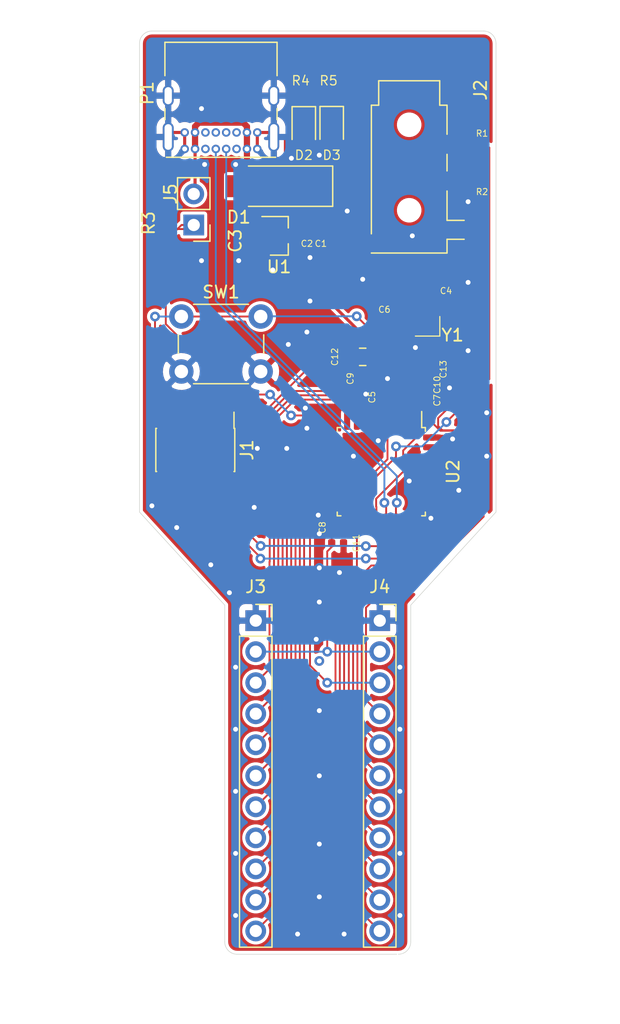
<source format=kicad_pcb>
(kicad_pcb (version 20171130) (host pcbnew 5.1.5)
  (title_block (title "STM32F042K6 Breakout Board") (date 2019-12-31) (rev A) (company "The UltraBoard Project") (comment 1 https://www.gnu.org/licenses/gpl-3.0.en.html) (comment 2 "License: GNU GPLv3") (comment 3 "Designer: Wesley Soo-Hoo"))
  (layers (0 F.Cu signal) (31 B.Cu signal) (34 B.Paste user) (35 F.Paste user) (36 B.SilkS user) (37 F.SilkS user) (38 B.Mask user) (39 F.Mask user) (44 Edge.Cuts user))
  (net 0 "")
  (net 1 VPP)
  (net 2 GND)
  (net 3 +3V3)
  (net 4 /XTAL_IN)
  (net 5 /nRST)
  (net 6 /XTAL_OUT)
  (net 7 /USBPWR)
  (net 8 /SWDIO)
  (net 9 /SWCLK)
  (net 10 "Net-(J1-Pad6)")
  (net 11 "Net-(J1-Pad7)")
  (net 12 "Net-(J1-Pad8)")
  (net 13 /I2C_SDA)
  (net 14 /I2C_SCL)
  (net 15 /PA8)
  (net 16 /PA7)
  (net 17 /PA6)
  (net 18 /PA5)
  (net 19 /PA4)
  (net 20 /PA3)
  (net 21 /PA2)
  (net 22 /PA1)
  (net 23 /PA0)
  (net 24 /PB0)
  (net 25 /PB1)
  (net 26 /PB3)
  (net 27 /PB4)
  (net 28 /PB5)
  (net 29 /PB6)
  (net 30 /PB7)
  (net 31 /PB8)
  (net 32 /PA15)
  (net 33 "Net-(P1-PadA5)")
  (net 34 /USBDP)
  (net 35 /USBDN)
  (net 36 "Net-(P1-PadB5)")
  (net 37 "Net-(D2-Pad1)")
  (net 38 "Net-(D3-Pad1)")
  (module Package_QFP:LQFP-32_7x7mm_P0.8mm (layer F.Cu) (at 132.842 89.408 270)
    (fp_text reference U2 (at 0 -5.88 90) (layer F.SilkS))
    (fp_text value STM32F042K6Tx)
    (pad 1 smd roundrect (at -4.175 -2.8 270) (size 1.5 0.5) (layers F.Cu F.Paste F.Mask) (net 3 +3V3))
    (pad 2 smd roundrect (at -4.175 -2 270) (size 1.5 0.5) (layers F.Cu F.Paste F.Mask) (net 4 /XTAL_IN))
    (pad 3 smd roundrect (at -4.175 -1.2 270) (size 1.5 0.5) (layers F.Cu F.Paste F.Mask) (net 6 /XTAL_OUT))
    (pad 4 smd roundrect (at -4.175 -0.4 270) (size 1.5 0.5) (layers F.Cu F.Paste F.Mask) (net 5 /nRST))
    (pad 5 smd roundrect (at -4.175 0.4 270) (size 1.5 0.5) (layers F.Cu F.Paste F.Mask) (net 3 +3V3))
    (pad 6 smd roundrect (at -4.175 1.2 270) (size 1.5 0.5) (layers F.Cu F.Paste F.Mask) (net 23 /PA0))
    (pad 7 smd roundrect (at -4.175 2 270) (size 1.5 0.5) (layers F.Cu F.Paste F.Mask) (net 22 /PA1))
    (pad 8 smd roundrect (at -4.175 2.8 270) (size 1.5 0.5) (layers F.Cu F.Paste F.Mask) (net 21 /PA2))
    (pad 9 smd roundrect (at -2.8 4.175 270) (size 0.5 1.5) (layers F.Cu F.Paste F.Mask) (net 20 /PA3))
    (pad 10 smd roundrect (at -2 4.175 270) (size 0.5 1.5) (layers F.Cu F.Paste F.Mask) (net 19 /PA4))
    (pad 11 smd roundrect (at -1.2 4.175 270) (size 0.5 1.5) (layers F.Cu F.Paste F.Mask) (net 18 /PA5))
    (pad 12 smd roundrect (at -0.4 4.175 270) (size 0.5 1.5) (layers F.Cu F.Paste F.Mask) (net 17 /PA6))
    (pad 13 smd roundrect (at 0.4 4.175 270) (size 0.5 1.5) (layers F.Cu F.Paste F.Mask) (net 16 /PA7))
    (pad 14 smd roundrect (at 1.2 4.175 270) (size 0.5 1.5) (layers F.Cu F.Paste F.Mask) (net 24 /PB0))
    (pad 15 smd roundrect (at 2 4.175 270) (size 0.5 1.5) (layers F.Cu F.Paste F.Mask) (net 25 /PB1))
    (pad 16 smd roundrect (at 2.8 4.175 270) (size 0.5 1.5) (layers F.Cu F.Paste F.Mask) (net 2 GND))
    (pad 17 smd roundrect (at 4.175 2.8 270) (size 1.5 0.5) (layers F.Cu F.Paste F.Mask) (net 3 +3V3))
    (pad 18 smd roundrect (at 4.175 2 270) (size 1.5 0.5) (layers F.Cu F.Paste F.Mask) (net 15 /PA8))
    (pad 19 smd roundrect (at 4.175 1.2 270) (size 1.5 0.5) (layers F.Cu F.Paste F.Mask) (net 14 /I2C_SCL))
    (pad 20 smd roundrect (at 4.175 0.4 270) (size 1.5 0.5) (layers F.Cu F.Paste F.Mask) (net 13 /I2C_SDA))
    (pad 21 smd roundrect (at 4.175 -0.4 270) (size 1.5 0.5) (layers F.Cu F.Paste F.Mask) (net 35 /USBDN))
    (pad 22 smd roundrect (at 4.175 -1.2 270) (size 1.5 0.5) (layers F.Cu F.Paste F.Mask) (net 34 /USBDP))
    (pad 23 smd roundrect (at 4.175 -2 270) (size 1.5 0.5) (layers F.Cu F.Paste F.Mask) (net 8 /SWDIO))
    (pad 24 smd roundrect (at 4.175 -2.8 270) (size 1.5 0.5) (layers F.Cu F.Paste F.Mask) (net 9 /SWCLK))
    (pad 25 smd roundrect (at 2.8 -4.175 270) (size 0.5 1.5) (layers F.Cu F.Paste F.Mask) (net 32 /PA15))
    (pad 26 smd roundrect (at 2 -4.175 270) (size 0.5 1.5) (layers F.Cu F.Paste F.Mask) (net 26 /PB3))
    (pad 27 smd roundrect (at 1.2 -4.175 270) (size 0.5 1.5) (layers F.Cu F.Paste F.Mask) (net 27 /PB4))
    (pad 28 smd roundrect (at 0.4 -4.175 270) (size 0.5 1.5) (layers F.Cu F.Paste F.Mask) (net 28 /PB5))
    (pad 29 smd roundrect (at -0.4 -4.175 270) (size 0.5 1.5) (layers F.Cu F.Paste F.Mask) (net 29 /PB6))
    (pad 30 smd roundrect (at -1.2 -4.175 270) (size 0.5 1.5) (layers F.Cu F.Paste F.Mask) (net 30 /PB7))
    (pad 31 smd roundrect (at -2 -4.175 270) (size 0.5 1.5) (layers F.Cu F.Paste F.Mask) (net 31 /PB8))
    (pad 32 smd roundrect (at -2.8 -4.175 270) (size 0.5 1.5) (layers F.Cu F.Paste F.Mask) (net 2 GND))
  )
  (module Connector_PinSocket_2.54mm:PinSocket_1x11_P2.54mm_Vertical (layer F.Cu) (at 122.555 101.6)
    (fp_text reference J3 (at 0 -2.77) (layer F.SilkS))
    (fp_text value CONN_LEFT)
    (pad 1 thru_hole rect (at 0 0) (size 1.7 1.7) (drill 1) (layers *.Cu *.Mask) (net 2 GND))
    (pad 2 thru_hole oval (at 0 2.54) (size 1.7 1.7) (drill 1) (layers *.Cu *.Mask) (net 3 +3V3))
    (pad 3 thru_hole oval (at 0 5.08) (size 1.7 1.7) (drill 1) (layers *.Cu *.Mask) (net 23 /PA0))
    (pad 4 thru_hole oval (at 0 7.62) (size 1.7 1.7) (drill 1) (layers *.Cu *.Mask) (net 22 /PA1))
    (pad 5 thru_hole oval (at 0 10.16) (size 1.7 1.7) (drill 1) (layers *.Cu *.Mask) (net 21 /PA2))
    (pad 6 thru_hole oval (at 0 12.7) (size 1.7 1.7) (drill 1) (layers *.Cu *.Mask) (net 20 /PA3))
    (pad 7 thru_hole oval (at 0 15.24) (size 1.7 1.7) (drill 1) (layers *.Cu *.Mask) (net 19 /PA4))
    (pad 8 thru_hole oval (at 0 17.78) (size 1.7 1.7) (drill 1) (layers *.Cu *.Mask) (net 18 /PA5))
    (pad 9 thru_hole oval (at 0 20.32) (size 1.7 1.7) (drill 1) (layers *.Cu *.Mask) (net 17 /PA6))
    (pad 10 thru_hole oval (at 0 22.86) (size 1.7 1.7) (drill 1) (layers *.Cu *.Mask) (net 16 /PA7))
    (pad 11 thru_hole oval (at 0 25.4) (size 1.7 1.7) (drill 1) (layers *.Cu *.Mask) (net 24 /PB0))
  )
  (module Capacitor_SMD:C_0402_1005Metric (layer F.Cu) (at 127.889 69.469 90)
    (fp_text reference C1 (at -1.27 0 180) (layer F.SilkS) (effects (font (size 0.508 0.508) (thickness 0.0762))))
    (fp_text value C_1uF)
    (pad 1 smd roundrect (at -0.485 0 90) (size 0.59 0.64) (layers F.Cu F.Paste F.Mask) (net 1 VPP))
    (pad 2 smd roundrect (at 0.485 0 90) (size 0.59 0.64) (layers F.Cu F.Paste F.Mask) (net 2 GND))
  )
  (module Capacitor_SMD:C_0201_0603Metric (layer F.Cu) (at 126.746 69.662 90)
    (fp_text reference C2 (at -1.077 0 180) (layer F.SilkS) (effects (font (size 0.508 0.508) (thickness 0.0762))))
    (fp_text value C_100nF)
    (pad 1 smd roundrect (at -0.32 0 90) (size 0.46 0.4) (layers F.Cu F.Mask) (net 1 VPP))
    (pad 2 smd roundrect (at 0.32 0 90) (size 0.46 0.4) (layers F.Cu F.Mask) (net 2 GND))
  )
  (module Capacitor_SMD:C_0402_1005Metric (layer F.Cu) (at 122.047 70.508 90)
    (fp_text reference C3 (at 0 -1.17 90) (layer F.SilkS))
    (fp_text value C_4.7uF)
    (pad 2 smd roundrect (at 0.485 0 90) (size 0.59 0.64) (layers F.Cu F.Paste F.Mask) (net 2 GND))
    (pad 1 smd roundrect (at -0.485 0 90) (size 0.59 0.64) (layers F.Cu F.Paste F.Mask) (net 3 +3V3))
  )
  (module Capacitor_SMD:C_0201_0603Metric (layer F.Cu) (at 138.176 75.692 90)
    (fp_text reference C4 (at 1.086499 -0.029501) (layer F.SilkS) (effects (font (size 0.508 0.508) (thickness 0.0762))))
    (fp_text value C_30pF)
    (pad 2 smd roundrect (at 0.32 0 90) (size 0.46 0.4) (layers F.Cu F.Mask) (net 2 GND))
    (pad 1 smd roundrect (at -0.32 0 90) (size 0.46 0.4) (layers F.Cu F.Mask) (net 4 /XTAL_IN))
  )
  (module Capacitor_SMD:C_0201_0603Metric (layer F.Cu) (at 132.842 83.312 90)
    (fp_text reference C5 (at 0 -0.762 270) (layer F.SilkS) (effects (font (size 0.508 0.508) (thickness 0.0762))))
    (fp_text value C_100nF)
    (pad 2 smd roundrect (at 0.32 0 90) (size 0.46 0.4) (layers F.Cu F.Mask) (net 2 GND))
    (pad 1 smd roundrect (at -0.32 0 90) (size 0.46 0.4) (layers F.Cu F.Mask) (net 5 /nRST))
  )
  (module Capacitor_SMD:C_0201_0603Metric (layer F.Cu) (at 133.096 77.216 90)
    (fp_text reference C6 (at 1.0795 0) (layer F.SilkS) (effects (font (size 0.508 0.508) (thickness 0.0762))))
    (fp_text value C_30pF)
    (pad 1 smd roundrect (at -0.32 0 90) (size 0.46 0.4) (layers F.Cu F.Mask) (net 6 /XTAL_OUT))
    (pad 2 smd roundrect (at 0.32 0 90) (size 0.46 0.4) (layers F.Cu F.Mask) (net 2 GND))
  )
  (module Capacitor_SMD:C_0201_0603Metric (layer F.Cu) (at 136.2054 83.566)
    (fp_text reference C7 (at 1.2086 0 270) (layer F.SilkS) (effects (font (size 0.508 0.508) (thickness 0.0762))))
    (fp_text value C_100nF)
    (pad 1 smd roundrect (at -0.32 0) (size 0.46 0.4) (layers F.Cu F.Mask) (net 3 +3V3))
    (pad 2 smd roundrect (at 0.32 0) (size 0.46 0.4) (layers F.Cu F.Mask) (net 2 GND))
  )
  (module Capacitor_SMD:C_0201_0603Metric (layer F.Cu) (at 128.778 93.98 90)
    (fp_text reference C8 (at 0 -0.762 270) (layer F.SilkS) (effects (font (size 0.508 0.508) (thickness 0.0762))))
    (fp_text value C_100nF)
    (pad 1 smd roundrect (at -0.32 0 90) (size 0.46 0.4) (layers F.Cu F.Mask) (net 3 +3V3))
    (pad 2 smd roundrect (at 0.32 0 90) (size 0.46 0.4) (layers F.Cu F.Mask) (net 2 GND))
  )
  (module Capacitor_SMD:C_0402_1005Metric (layer F.Cu) (at 131.803 81.788 180)
    (fp_text reference C9 (at 1.501 0 270) (layer F.SilkS) (effects (font (size 0.508 0.508) (thickness 0.0762))))
    (fp_text value C_1uF)
    (pad 1 smd roundrect (at -0.485 0 180) (size 0.59 0.64) (layers F.Cu F.Paste F.Mask) (net 3 +3V3))
    (pad 2 smd roundrect (at 0.485 0 180) (size 0.59 0.64) (layers F.Cu F.Paste F.Mask) (net 2 GND))
  )
  (module Capacitor_SMD:C_0201_0603Metric (layer F.Cu) (at 136.205 82.296)
    (fp_text reference C10 (at 1.209 0 270) (layer F.SilkS) (effects (font (size 0.508 0.508) (thickness 0.0762))))
    (fp_text value C_100nF)
    (pad 2 smd roundrect (at 0.32 0) (size 0.46 0.4) (layers F.Cu F.Mask) (net 2 GND))
    (pad 1 smd roundrect (at -0.32 0) (size 0.46 0.4) (layers F.Cu F.Mask) (net 3 +3V3))
  )
  (module Capacitor_SMD:C_0402_1005Metric (layer F.Cu) (at 129.263 95.25)
    (fp_text reference C11 (at 1.524 0 -90) (layer F.SilkS) (effects (font (size 0.508 0.508) (thickness 0.0762))))
    (fp_text value C_4.7uF)
    (pad 1 smd roundrect (at -0.485 0) (size 0.59 0.64) (layers F.Cu F.Paste F.Mask) (net 3 +3V3))
    (pad 2 smd roundrect (at 0.485 0) (size 0.59 0.64) (layers F.Cu F.Paste F.Mask) (net 2 GND))
  )
  (module Capacitor_SMD:C_0805_2012Metric (layer F.Cu) (at 131.318 80.01 180)
    (fp_text reference C12 (at 2.286 0 270) (layer F.SilkS) (effects (font (size 0.508 0.508) (thickness 0.0762))))
    (fp_text value C_10uF)
    (pad 1 smd roundrect (at -0.9375 0 180) (size 0.975 1.4) (layers F.Cu F.Paste F.Mask) (net 3 +3V3))
    (pad 2 smd roundrect (at 0.9375 0 180) (size 0.975 1.4) (layers F.Cu F.Paste F.Mask) (net 2 GND))
  )
  (module Capacitor_SMD:C_0402_1005Metric (layer F.Cu) (at 136.421 81.026)
    (fp_text reference C13 (at 1.501 0 270) (layer F.SilkS) (effects (font (size 0.508 0.508) (thickness 0.0762))))
    (fp_text value C_4.7uF)
    (pad 2 smd roundrect (at 0.485 0) (size 0.59 0.64) (layers F.Cu F.Paste F.Mask) (net 2 GND))
    (pad 1 smd roundrect (at -0.485 0) (size 0.59 0.64) (layers F.Cu F.Paste F.Mask) (net 3 +3V3))
  )
  (module Diode_SMD:D_SMA_Handsoldering (layer F.Cu) (at 124.46 66.04 180)
    (fp_text reference D1 (at 3.302 -2.54) (layer F.SilkS))
    (fp_text value D_Small)
    (pad 1 smd rect (at -2.5 0 180) (size 3.5 1.8) (layers F.Cu F.Paste F.Mask) (net 1 VPP))
    (pad 2 smd rect (at 2.5 0 180) (size 3.5 1.8) (layers F.Cu F.Paste F.Mask) (net 7 /USBPWR))
  )
  (module Connector_PinHeader_1.27mm:PinHeader_2x05_P1.27mm_Vertical_SMD (layer F.Cu) (at 117.602 87.63 270)
    (fp_text reference J1 (at 0 -4.235 90) (layer F.SilkS))
    (fp_text value Conn_ARM_JTAG_SWD_10)
    (pad 1 smd rect (at -1.95 -2.54 270) (size 2.4 0.74) (layers F.Cu F.Paste F.Mask) (net 3 +3V3))
    (pad 2 smd rect (at 1.95 -2.54 270) (size 2.4 0.74) (layers F.Cu F.Paste F.Mask) (net 8 /SWDIO))
    (pad 3 smd rect (at -1.95 -1.27 270) (size 2.4 0.74) (layers F.Cu F.Paste F.Mask) (net 2 GND))
    (pad 4 smd rect (at 1.95 -1.27 270) (size 2.4 0.74) (layers F.Cu F.Paste F.Mask) (net 9 /SWCLK))
    (pad 5 smd rect (at -1.95 0 270) (size 2.4 0.74) (layers F.Cu F.Paste F.Mask) (net 2 GND))
    (pad 6 smd rect (at 1.95 0 270) (size 2.4 0.74) (layers F.Cu F.Paste F.Mask) (net 10 "Net-(J1-Pad6)"))
    (pad 7 smd rect (at -1.95 1.27 270) (size 2.4 0.74) (layers F.Cu F.Paste F.Mask) (net 11 "Net-(J1-Pad7)"))
    (pad 8 smd rect (at 1.95 1.27 270) (size 2.4 0.74) (layers F.Cu F.Paste F.Mask) (net 12 "Net-(J1-Pad8)"))
    (pad 9 smd rect (at -1.95 2.54 270) (size 2.4 0.74) (layers F.Cu F.Paste F.Mask) (net 2 GND))
    (pad 10 smd rect (at 1.95 2.54 270) (size 2.4 0.74) (layers F.Cu F.Paste F.Mask) (net 5 /nRST))
  )
  (module Connector_Audio:Jack_3.5mm_PJ320D_Horizontal (layer F.Cu) (at 135.128 65.786 270)
    (fp_text reference J2 (at -7.62 -5.842 90) (layer F.SilkS))
    (fp_text value AudioJack4)
    (pad S smd rect (at 4.925 3.25 270) (size 1.2 2.5) (layers F.Cu F.Paste F.Mask) (net 2 GND))
    (pad T smd rect (at 3.825 -3.25 270) (size 1.2 2.5) (layers F.Cu F.Paste F.Mask) (net 1 VPP))
    (pad R1 smd rect (at -0.175 -3.25 270) (size 1.2 2.5) (layers F.Cu F.Paste F.Mask) (net 13 /I2C_SDA))
    (pad R2 smd rect (at -3.175 -3.25 270) (size 1.2 2.5) (layers F.Cu F.Paste F.Mask) (net 14 /I2C_SCL))
    (pad "" np_thru_hole circle (at -4.775 0 270) (size 1.5 1.5) (drill 1.5) (layers *.Cu *.Mask))
    (pad "" np_thru_hole circle (at 2.225 0 270) (size 1.5 1.5) (drill 1.5) (layers *.Cu *.Mask))
  )
  (module Connector_USB:USB_C_Receptacle_GCT_USB4085 (layer F.Cu) (at 122.682 62.992 180)
    (fp_text reference P1 (at 9.017 4.572 270) (layer F.SilkS))
    (fp_text value USB_C)
    (pad A1 thru_hole circle (at 0 0 180) (size 0.7 0.7) (drill 0.4) (layers *.Cu *.Mask) (net 2 GND))
    (pad A4 thru_hole circle (at 0.85 0 180) (size 0.7 0.7) (drill 0.4) (layers *.Cu *.Mask) (net 7 /USBPWR))
    (pad A5 thru_hole circle (at 1.7 0 180) (size 0.7 0.7) (drill 0.4) (layers *.Cu *.Mask) (net 33 "Net-(P1-PadA5)"))
    (pad A6 thru_hole circle (at 2.55 0 180) (size 0.7 0.7) (drill 0.4) (layers *.Cu *.Mask) (net 34 /USBDP))
    (pad A7 thru_hole circle (at 3.4 0 180) (size 0.7 0.7) (drill 0.4) (layers *.Cu *.Mask) (net 35 /USBDN))
    (pad A8 thru_hole circle (at 4.25 0 180) (size 0.7 0.7) (drill 0.4) (layers *.Cu *.Mask))
    (pad A9 thru_hole circle (at 5.1 0 180) (size 0.7 0.7) (drill 0.4) (layers *.Cu *.Mask) (net 7 /USBPWR))
    (pad A12 thru_hole circle (at 5.95 0 180) (size 0.7 0.7) (drill 0.4) (layers *.Cu *.Mask) (net 2 GND))
    (pad B9 thru_hole circle (at 0.85 1.35 180) (size 0.7 0.7) (drill 0.4) (layers *.Cu *.Mask) (net 7 /USBPWR))
    (pad B7 thru_hole circle (at 2.55 1.35 180) (size 0.7 0.7) (drill 0.4) (layers *.Cu *.Mask))
    (pad B8 thru_hole circle (at 1.7 1.35 180) (size 0.7 0.7) (drill 0.4) (layers *.Cu *.Mask))
    (pad B12 thru_hole circle (at 0 1.35 180) (size 0.7 0.7) (drill 0.4) (layers *.Cu *.Mask) (net 2 GND))
    (pad B5 thru_hole circle (at 4.25 1.35 180) (size 0.7 0.7) (drill 0.4) (layers *.Cu *.Mask) (net 36 "Net-(P1-PadB5)"))
    (pad B4 thru_hole circle (at 5.1 1.35 180) (size 0.7 0.7) (drill 0.4) (layers *.Cu *.Mask) (net 7 /USBPWR))
    (pad B1 thru_hole circle (at 5.95 1.35 180) (size 0.7 0.7) (drill 0.4) (layers *.Cu *.Mask) (net 2 GND))
    (pad B6 thru_hole circle (at 3.4 1.35 180) (size 0.7 0.7) (drill 0.4) (layers *.Cu *.Mask))
    (pad S1 thru_hole oval (at -1.35 0.98 180) (size 0.9 2.4) (drill oval 0.6 2.1) (layers *.Cu *.Mask) (net 2 GND))
    (pad S1 thru_hole oval (at 7.3 0.98 180) (size 0.9 2.4) (drill oval 0.6 2.1) (layers *.Cu *.Mask) (net 2 GND))
    (pad S1 thru_hole oval (at -1.35 4.36 180) (size 0.9 1.7) (drill oval 0.6 1.4) (layers *.Cu *.Mask) (net 2 GND))
    (pad S1 thru_hole oval (at 7.3 4.36 180) (size 0.9 1.7) (drill oval 0.6 1.4) (layers *.Cu *.Mask) (net 2 GND))
  )
  (module Resistor_SMD:R_0402_1005Metric (layer F.Cu) (at 141.097 63.096 90)
    (fp_text reference R1 (at 1.374 0 180) (layer F.SilkS) (effects (font (size 0.508 0.508) (thickness 0.0762))))
    (fp_text value R_4.7K)
    (pad 2 smd roundrect (at 0.485 0 90) (size 0.59 0.64) (layers F.Cu F.Paste F.Mask) (net 14 /I2C_SCL))
    (pad 1 smd roundrect (at -0.485 0 90) (size 0.59 0.64) (layers F.Cu F.Paste F.Mask) (net 3 +3V3))
  )
  (module Resistor_SMD:R_0402_1005Metric (layer F.Cu) (at 141.097 65.128 270)
    (fp_text reference R2 (at 1.374 0 180) (layer F.SilkS) (effects (font (size 0.508 0.508) (thickness 0.0762))))
    (fp_text value R_4.7K)
    (pad 1 smd roundrect (at -0.485 0 270) (size 0.59 0.64) (layers F.Cu F.Paste F.Mask) (net 3 +3V3))
    (pad 2 smd roundrect (at 0.485 0 270) (size 0.59 0.64) (layers F.Cu F.Paste F.Mask) (net 13 /I2C_SDA))
  )
  (module Button_Switch_THT:SW_PUSH_6mm (layer F.Cu) (at 116.459 76.708)
    (fp_text reference SW1 (at 3.25 -2) (layer F.SilkS))
    (fp_text value RST_SW)
    (pad 2 thru_hole circle (at 0 4.5 90) (size 2 2) (drill 1.1) (layers *.Cu *.Mask) (net 2 GND))
    (pad 1 thru_hole circle (at 0 0 90) (size 2 2) (drill 1.1) (layers *.Cu *.Mask) (net 5 /nRST))
    (pad 2 thru_hole circle (at 6.5 4.5 90) (size 2 2) (drill 1.1) (layers *.Cu *.Mask) (net 2 GND))
    (pad 1 thru_hole circle (at 6.5 0 90) (size 2 2) (drill 1.1) (layers *.Cu *.Mask) (net 5 /nRST))
  )
  (module Package_TO_SOT_SMD:SOT-23 (layer F.Cu) (at 124.46 70.104)
    (fp_text reference U1 (at 0 2.54) (layer F.SilkS))
    (fp_text value AP2127N-3.3)
    (pad 1 smd rect (at -1 -0.95) (size 0.9 0.8) (layers F.Cu F.Paste F.Mask) (net 2 GND))
    (pad 2 smd rect (at -1 0.95) (size 0.9 0.8) (layers F.Cu F.Paste F.Mask) (net 3 +3V3))
    (pad 3 smd rect (at 1 0) (size 0.9 0.8) (layers F.Cu F.Paste F.Mask) (net 1 VPP))
  )
  (module Connector_PinHeader_2.54mm:PinHeader_1x02_P2.54mm_Vertical (layer F.Cu) (at 117.475 69.215 180)
    (fp_text reference J5 (at 1.905 2.54 90) (layer F.SilkS))
    (fp_text value USB_SENSE)
    (pad 1 thru_hole rect (at 0 0 180) (size 1.7 1.7) (drill 1) (layers *.Cu *.Mask) (net 20 /PA3))
    (pad 2 thru_hole oval (at 0 2.54 180) (size 1.7 1.7) (drill 1) (layers *.Cu *.Mask) (net 7 /USBPWR))
  )
  (module Resistor_SMD:R_0402_1005Metric (layer F.Cu) (at 114.935 69.065 90)
    (fp_text reference R3 (at 0 -1.17 90) (layer F.SilkS))
    (fp_text value R_4.7K)
    (pad 1 smd roundrect (at -0.485 0 90) (size 0.59 0.64) (layers F.Cu F.Paste F.Mask) (net 20 /PA3))
    (pad 2 smd roundrect (at 0.485 0 90) (size 0.59 0.64) (layers F.Cu F.Paste F.Mask) (net 2 GND))
  )
  (module LED_SMD:LED_0805_2012Metric (layer F.Cu) (at 126.492 61.214 270)
    (fp_text reference D2 (at 2.286 0 180) (layer F.SilkS) (effects (font (size 0.762 0.762) (thickness 0.1016))))
    (fp_text value PWR)
    (pad 1 smd roundrect (at -0.9375 0 270) (size 0.975 1.4) (layers F.Cu F.Paste F.Mask) (net 37 "Net-(D2-Pad1)"))
    (pad 2 smd roundrect (at 0.9375 0 270) (size 0.975 1.4) (layers F.Cu F.Paste F.Mask) (net 1 VPP))
  )
  (module LED_SMD:LED_0805_2012Metric (layer F.Cu) (at 128.778 61.199 270)
    (fp_text reference D3 (at 2.301 0 180) (layer F.SilkS) (effects (font (size 0.762 0.762) (thickness 0.1016))))
    (fp_text value 3V3)
    (pad 2 smd roundrect (at 0.9375 0 270) (size 0.975 1.4) (layers F.Cu F.Paste F.Mask) (net 3 +3V3))
    (pad 1 smd roundrect (at -0.9375 0 270) (size 0.975 1.4) (layers F.Cu F.Paste F.Mask) (net 38 "Net-(D3-Pad1)"))
  )
  (module Resistor_SMD:R_0402_1005Metric (layer F.Cu) (at 126.238 58.674 180)
    (fp_text reference R4 (at 0 1.27) (layer F.SilkS) (effects (font (size 0.762 0.762) (thickness 0.1016))))
    (fp_text value R_200)
    (pad 1 smd roundrect (at -0.485 0 180) (size 0.59 0.64) (layers F.Cu F.Paste F.Mask) (net 37 "Net-(D2-Pad1)"))
    (pad 2 smd roundrect (at 0.485 0 180) (size 0.59 0.64) (layers F.Cu F.Paste F.Mask) (net 2 GND))
  )
  (module Resistor_SMD:R_0402_1005Metric (layer F.Cu) (at 128.501 58.674 180)
    (fp_text reference R5 (at -0.023 1.27) (layer F.SilkS) (effects (font (size 0.762 0.762) (thickness 0.1016))))
    (fp_text value R_200)
    (pad 2 smd roundrect (at 0.485 0 180) (size 0.59 0.64) (layers F.Cu F.Paste F.Mask) (net 2 GND))
    (pad 1 smd roundrect (at -0.485 0 180) (size 0.59 0.64) (layers F.Cu F.Paste F.Mask) (net 38 "Net-(D3-Pad1)"))
  )
  (module Connector_PinSocket_2.54mm:PinSocket_1x11_P2.54mm_Vertical (layer F.Cu) (at 132.715 101.6)
    (fp_text reference J4 (at 0 -2.77) (layer F.SilkS))
    (fp_text value CONN_RIGHT)
    (pad 11 thru_hole oval (at 0 25.4) (size 1.7 1.7) (drill 1) (layers *.Cu *.Mask) (net 15 /PA8))
    (pad 10 thru_hole oval (at 0 22.86) (size 1.7 1.7) (drill 1) (layers *.Cu *.Mask) (net 32 /PA15))
    (pad 9 thru_hole oval (at 0 20.32) (size 1.7 1.7) (drill 1) (layers *.Cu *.Mask) (net 26 /PB3))
    (pad 8 thru_hole oval (at 0 17.78) (size 1.7 1.7) (drill 1) (layers *.Cu *.Mask) (net 27 /PB4))
    (pad 7 thru_hole oval (at 0 15.24) (size 1.7 1.7) (drill 1) (layers *.Cu *.Mask) (net 28 /PB5))
    (pad 6 thru_hole oval (at 0 12.7) (size 1.7 1.7) (drill 1) (layers *.Cu *.Mask) (net 29 /PB6))
    (pad 5 thru_hole oval (at 0 10.16) (size 1.7 1.7) (drill 1) (layers *.Cu *.Mask) (net 30 /PB7))
    (pad 4 thru_hole oval (at 0 7.62) (size 1.7 1.7) (drill 1) (layers *.Cu *.Mask) (net 31 /PB8))
    (pad 3 thru_hole oval (at 0 5.08) (size 1.7 1.7) (drill 1) (layers *.Cu *.Mask) (net 25 /PB1))
    (pad 2 thru_hole oval (at 0 2.54) (size 1.7 1.7) (drill 1) (layers *.Cu *.Mask) (net 3 +3V3))
    (pad 1 thru_hole rect (at 0 0) (size 1.7 1.7) (drill 1) (layers *.Cu *.Mask) (net 2 GND))
  )
  (module ultraboard:Crystal_SMD_FA238 (layer F.Cu) (at 135.636 76.708 180)
    (fp_text reference Y1 (at -3.048 -1.524) (layer F.SilkS))
    (fp_text value 16MHz hide)
    (pad 4 smd rect (at -1.1 -0.8 180) (size 1.4 1.2) (layers F.Cu F.Mask) (net 2 GND))
    (pad 3 smd rect (at 1.1 -0.8 180) (size 1.4 1.2) (layers F.Cu F.Mask) (net 6 /XTAL_OUT))
    (pad 2 smd rect (at 1.1 0.8 180) (size 1.4 1.2) (layers F.Cu F.Mask) (net 2 GND))
    (pad 1 smd rect (at -1.1 0.8 180) (size 1.4 1.2) (layers F.Cu F.Mask) (net 4 /XTAL_IN))
  )
  (gr_arc (start 114.046 54.356) (end 114.046 53.34) (angle -90) (layer Edge.Cuts) (width 0.05))
  (gr_arc (start 141.224 54.356) (end 142.24 54.356) (angle -90) (layer Edge.Cuts) (width 0.05))
  (gr_arc (start 134.239 127.889) (end 134.239 128.905) (angle -90) (layer Edge.Cuts) (width 0.05))
  (gr_arc (start 121.031 127.889) (end 120.015 127.889) (angle -90) (layer Edge.Cuts) (width 0.05))
  (gr_line (start 120.015 100.33) (end 113.03 92.71) (layer Edge.Cuts) (width 0.05))
  (gr_line (start 135.255 100.33) (end 142.24 92.71) (layer Edge.Cuts) (width 0.05))
  (gr_line (start 113.03 92.71) (end 113.03 54.356) (layer Edge.Cuts) (width 0.05))
  (gr_line (start 120.015 127.889) (end 120.015 100.33) (layer Edge.Cuts) (width 0.05))
  (gr_line (start 134.112 128.905) (end 121.031 128.905) (layer Edge.Cuts) (width 0.05))
  (gr_line (start 135.255 100.33) (end 135.255 127.889) (layer Edge.Cuts) (width 0.05))
  (gr_line (start 142.24 88.9) (end 142.24 92.71) (layer Edge.Cuts) (width 0.05))
  (gr_line (start 142.24 54.356) (end 142.24 88.9) (layer Edge.Cuts) (width 0.05))
  (gr_line (start 114.046 53.34) (end 141.224 53.34) (layer Edge.Cuts) (width 0.05))
  (via (at 127.762 104.902) (size 0.8) (drill 0.4) (layers F.Cu B.Cu) (net 0))
  (segment (start 126.96 62.6195) (end 126.492 62.1515) (width 0.254) (layer F.Cu) (net 1))
  (segment (start 126.96 66.04) (end 126.96 62.6195) (width 0.254) (layer F.Cu) (net 1))
  (segment (start 125.46 69.45) (end 125.46 70.104) (width 0.254) (layer F.Cu) (net 1))
  (segment (start 125.46 68.694) (end 125.46 69.45) (width 0.254) (layer F.Cu) (net 1))
  (segment (start 126.96 67.194) (end 125.46 68.694) (width 0.254) (layer F.Cu) (net 1))
  (segment (start 126.96 66.04) (end 126.96 67.194) (width 0.254) (layer F.Cu) (net 1))
  (segment (start 126.774 69.954) (end 126.746 69.982) (width 0.254) (layer F.Cu) (net 1))
  (segment (start 127.889 69.954) (end 126.774 69.954) (width 0.254) (layer F.Cu) (net 1))
  (segment (start 125.582 69.982) (end 125.46 70.104) (width 0.254) (layer F.Cu) (net 1))
  (segment (start 126.746 69.982) (end 125.582 69.982) (width 0.254) (layer F.Cu) (net 1))
  (segment (start 138.378 68.503) (end 138.378 69.611) (width 0.508) (layer F.Cu) (net 1))
  (segment (start 135.915 66.04) (end 138.378 68.503) (width 0.508) (layer F.Cu) (net 1))
  (segment (start 126.96 66.04) (end 135.915 66.04) (width 0.508) (layer F.Cu) (net 1))
  (via (at 127.6762 92.964) (size 0.8) (drill 0.4) (layers F.Cu B.Cu) (net 2))
  (segment (start 128.667 92.208) (end 128.4322 92.208) (width 0.1524) (layer F.Cu) (net 2))
  (segment (start 128.4322 92.208) (end 127.6762 92.964) (width 0.1524) (layer F.Cu) (net 2))
  (segment (start 128.3722 93.66) (end 127.6762 92.964) (width 0.1524) (layer F.Cu) (net 2))
  (segment (start 128.778 93.66) (end 128.3722 93.66) (width 0.1524) (layer F.Cu) (net 2))
  (via (at 138.684 86.7318) (size 0.8) (drill 0.4) (layers F.Cu B.Cu) (net 2))
  (segment (start 137.017 86.608) (end 138.5602 86.608) (width 0.1524) (layer F.Cu) (net 2))
  (segment (start 138.5602 86.608) (end 138.684 86.7318) (width 0.1524) (layer F.Cu) (net 2))
  (segment (start 122.682 62.992) (end 122.682 61.642) (width 0.254) (layer F.Cu) (net 2))
  (segment (start 123.662 61.642) (end 124.032 62.012) (width 0.254) (layer F.Cu) (net 2))
  (segment (start 122.682 61.642) (end 123.662 61.642) (width 0.254) (layer F.Cu) (net 2))
  (segment (start 124.032 59.736) (end 124.032 62.012) (width 0.254) (layer F.Cu) (net 2))
  (segment (start 124.032 58.632) (end 124.032 59.736) (width 0.254) (layer F.Cu) (net 2))
  (segment (start 115.752 61.642) (end 115.382 62.012) (width 0.254) (layer F.Cu) (net 2))
  (segment (start 116.732 61.642) (end 115.752 61.642) (width 0.254) (layer F.Cu) (net 2))
  (segment (start 116.732 61.642) (end 116.732 62.992) (width 0.254) (layer F.Cu) (net 2))
  (segment (start 115.382 62.012) (end 115.382 58.632) (width 0.254) (layer F.Cu) (net 2))
  (via (at 127.762 63.5) (size 0.8) (drill 0.4) (layers F.Cu B.Cu) (net 2))
  (via (at 125.476 63.754) (size 0.8) (drill 0.4) (layers F.Cu B.Cu) (net 2))
  (via (at 127.762 94.488) (size 0.8) (drill 0.4) (layers F.Cu B.Cu) (net 2))
  (via (at 127.762 97.282) (size 0.8) (drill 0.4) (layers F.Cu B.Cu) (net 2))
  (via (at 127.508 103.124) (size 0.8) (drill 0.4) (layers F.Cu B.Cu) (net 2))
  (via (at 127.762 100.076) (size 0.8) (drill 0.4) (layers F.Cu B.Cu) (net 2))
  (via (at 127.762 108.966) (size 0.8) (drill 0.4) (layers F.Cu B.Cu) (net 2))
  (via (at 127.762 114.3) (size 0.8) (drill 0.4) (layers F.Cu B.Cu) (net 2))
  (via (at 127.762 119.888) (size 0.8) (drill 0.4) (layers F.Cu B.Cu) (net 2))
  (via (at 127.762 124.206) (size 0.8) (drill 0.4) (layers F.Cu B.Cu) (net 2))
  (via (at 125.984 127.254) (size 0.8) (drill 0.4) (layers F.Cu B.Cu) (net 2))
  (via (at 129.794 127.254) (size 0.8) (drill 0.4) (layers F.Cu B.Cu) (net 2))
  (via (at 132.588 86.868) (size 0.8) (drill 0.4) (layers F.Cu B.Cu) (net 2))
  (via (at 130.556 88.138) (size 0.8) (drill 0.4) (layers F.Cu B.Cu) (net 2))
  (via (at 135.128 90.17) (size 0.8) (drill 0.4) (layers F.Cu B.Cu) (net 2))
  (via (at 139.192 90.932) (size 0.8) (drill 0.4) (layers F.Cu B.Cu) (net 2))
  (via (at 136.906 93.218) (size 0.8) (drill 0.4) (layers F.Cu B.Cu) (net 2))
  (via (at 131.572 83.058) (size 0.8) (drill 0.4) (layers F.Cu B.Cu) (net 2))
  (via (at 133.35 81.788) (size 0.8) (drill 0.4) (layers F.Cu B.Cu) (net 2))
  (segment (start 133.042 82.992) (end 132.842 82.992) (width 0.1524) (layer F.Cu) (net 2))
  (segment (start 133.35 82.684) (end 133.042 82.992) (width 0.1524) (layer F.Cu) (net 2))
  (segment (start 133.35 81.788) (end 133.35 82.684) (width 0.1524) (layer F.Cu) (net 2))
  (via (at 138.43 82.55) (size 0.8) (drill 0.4) (layers F.Cu B.Cu) (net 2))
  (segment (start 136.736 77.508) (end 136.736 78.2604) (width 0.1524) (layer F.Cu) (net 2))
  (via (at 135.636 79.248) (size 0.8) (drill 0.4) (layers F.Cu B.Cu) (net 2))
  (segment (start 135.7484 79.248) (end 135.636 79.248) (width 0.1524) (layer F.Cu) (net 2))
  (segment (start 136.736 78.2604) (end 135.7484 79.248) (width 0.1524) (layer F.Cu) (net 2))
  (via (at 114.046 92.202) (size 0.8) (drill 0.4) (layers F.Cu B.Cu) (net 2))
  (via (at 116.078 93.98) (size 0.8) (drill 0.4) (layers F.Cu B.Cu) (net 2))
  (via (at 118.872 97.028) (size 0.8) (drill 0.4) (layers F.Cu B.Cu) (net 2))
  (via (at 120.396 99.314) (size 0.8) (drill 0.4) (layers F.Cu B.Cu) (net 2))
  (via (at 120.904 105.41) (size 0.8) (drill 0.4) (layers F.Cu B.Cu) (net 2))
  (via (at 120.904 110.49) (size 0.8) (drill 0.4) (layers F.Cu B.Cu) (net 2))
  (via (at 120.904 115.57) (size 0.8) (drill 0.4) (layers F.Cu B.Cu) (net 2))
  (via (at 120.904 120.65) (size 0.8) (drill 0.4) (layers F.Cu B.Cu) (net 2))
  (via (at 120.904 125.73) (size 0.8) (drill 0.4) (layers F.Cu B.Cu) (net 2))
  (via (at 134.366 125.73) (size 0.8) (drill 0.4) (layers F.Cu B.Cu) (net 2))
  (via (at 134.366 120.65) (size 0.8) (drill 0.4) (layers F.Cu B.Cu) (net 2))
  (via (at 134.366 115.57) (size 0.8) (drill 0.4) (layers F.Cu B.Cu) (net 2))
  (via (at 134.366 110.49) (size 0.8) (drill 0.4) (layers F.Cu B.Cu) (net 2))
  (via (at 134.366 105.41) (size 0.8) (drill 0.4) (layers F.Cu B.Cu) (net 2))
  (via (at 141.478 88.138) (size 0.8) (drill 0.4) (layers F.Cu B.Cu) (net 2))
  (via (at 141.478 84.582) (size 0.8) (drill 0.4) (layers F.Cu B.Cu) (net 2))
  (via (at 139.954 79.502) (size 0.8) (drill 0.4) (layers F.Cu B.Cu) (net 2))
  (via (at 139.954 73.914) (size 0.8) (drill 0.4) (layers F.Cu B.Cu) (net 2))
  (via (at 139.954 67.31) (size 0.8) (drill 0.4) (layers F.Cu B.Cu) (net 2))
  (via (at 135.382 70.104) (size 0.8) (drill 0.4) (layers F.Cu B.Cu) (net 2))
  (via (at 130.048 68.072) (size 0.8) (drill 0.4) (layers F.Cu B.Cu) (net 2))
  (via (at 131.318 73.66) (size 0.8) (drill 0.4) (layers F.Cu B.Cu) (net 2))
  (via (at 127 71.882) (size 0.8) (drill 0.4) (layers F.Cu B.Cu) (net 2))
  (via (at 123.952 72.898) (size 0.8) (drill 0.4) (layers F.Cu B.Cu) (net 2))
  (via (at 126.746 77.978) (size 0.8) (drill 0.4) (layers F.Cu B.Cu) (net 2))
  (via (at 127 75.438) (size 0.8) (drill 0.4) (layers F.Cu B.Cu) (net 2))
  (via (at 125.222 78.994) (size 0.8) (drill 0.4) (layers F.Cu B.Cu) (net 2))
  (via (at 118.11 72.136) (size 0.8) (drill 0.4) (layers F.Cu B.Cu) (net 2))
  (via (at 121.158 72.136) (size 0.8) (drill 0.4) (layers F.Cu B.Cu) (net 2))
  (via (at 118.364 64.262) (size 0.8) (drill 0.4) (layers F.Cu B.Cu) (net 2))
  (via (at 120.904 64.262) (size 0.8) (drill 0.4) (layers F.Cu B.Cu) (net 2))
  (via (at 118.11 59.69) (size 0.8) (drill 0.4) (layers F.Cu B.Cu) (net 2))
  (via (at 126.746 85.852) (size 0.8) (drill 0.4) (layers F.Cu B.Cu) (net 2))
  (via (at 125.095 87.503) (size 0.8) (drill 0.4) (layers F.Cu B.Cu) (net 2))
  (via (at 122.682 87.503) (size 0.8) (drill 0.4) (layers F.Cu B.Cu) (net 2))
  (via (at 122.428 92.329) (size 0.8) (drill 0.4) (layers F.Cu B.Cu) (net 2))
  (via (at 129.413 97.663) (size 0.8) (drill 0.4) (layers F.Cu B.Cu) (net 2))
  (via (at 126.619 84.201) (size 0.8) (drill 0.4) (layers F.Cu B.Cu) (net 2))
  (segment (start 123.399 70.993) (end 123.46 71.054) (width 0.254) (layer F.Cu) (net 3))
  (segment (start 122.047 70.993) (end 123.399 70.993) (width 0.254) (layer F.Cu) (net 3))
  (segment (start 128.292473 61.650973) (end 128.778 62.1365) (width 0.1524) (layer F.Cu) (net 3))
  (segment (start 124.933799 69.027801) (end 124.933799 62.274365) (width 0.1524) (layer F.Cu) (net 3))
  (segment (start 128.02929 61.38779) (end 128.292473 61.650973) (width 0.1524) (layer F.Cu) (net 3))
  (segment (start 125.820374 61.38779) (end 128.02929 61.38779) (width 0.1524) (layer F.Cu) (net 3))
  (segment (start 124.933799 62.274365) (end 125.820374 61.38779) (width 0.1524) (layer F.Cu) (net 3))
  (segment (start 123.46 70.5016) (end 124.933799 69.027801) (width 0.1524) (layer F.Cu) (net 3))
  (segment (start 123.46 71.054) (end 123.46 70.5016) (width 0.1524) (layer F.Cu) (net 3))
  (segment (start 140.777 63.581) (end 141.097 63.581) (width 0.1524) (layer F.Cu) (net 3))
  (segment (start 129.478 62.1365) (end 130.9225 63.581) (width 0.1524) (layer F.Cu) (net 3))
  (segment (start 130.9225 63.581) (end 140.777 63.581) (width 0.1524) (layer F.Cu) (net 3))
  (segment (start 128.778 62.1365) (end 129.478 62.1365) (width 0.1524) (layer F.Cu) (net 3))
  (segment (start 141.097 64.643) (end 141.097 63.581) (width 0.1524) (layer F.Cu) (net 3))
  (segment (start 132.2555 79.1455) (end 132.2555 79.31) (width 0.254) (layer F.Cu) (net 3))
  (segment (start 124.164 71.054) (end 132.2555 79.1455) (width 0.254) (layer F.Cu) (net 3))
  (segment (start 123.46 71.054) (end 124.164 71.054) (width 0.254) (layer F.Cu) (net 3))
  (segment (start 132.2555 81.7555) (end 132.288 81.788) (width 0.254) (layer F.Cu) (net 3))
  (segment (start 132.2555 80.01) (end 132.2555 81.7555) (width 0.254) (layer F.Cu) (net 3))
  (segment (start 135.936 82.245) (end 135.885 82.296) (width 0.1524) (layer F.Cu) (net 3))
  (segment (start 135.936 81.026) (end 135.936 82.245) (width 0.1524) (layer F.Cu) (net 3))
  (segment (start 135.885 83.5656) (end 135.8854 83.566) (width 0.1524) (layer F.Cu) (net 3))
  (segment (start 135.885 82.296) (end 135.885 83.5656) (width 0.1524) (layer F.Cu) (net 3))
  (segment (start 135.8854 83.566) (end 135.8854 84.0786) (width 0.1524) (layer F.Cu) (net 3))
  (segment (start 135.642 84.322) (end 135.642 85.233) (width 0.1524) (layer F.Cu) (net 3))
  (segment (start 135.8854 84.0786) (end 135.642 84.322) (width 0.1524) (layer F.Cu) (net 3))
  (segment (start 132.2555 79.31) (end 132.2555 80.01) (width 0.254) (layer F.Cu) (net 3))
  (segment (start 135.642 85.983) (end 135.642 85.233) (width 0.1524) (layer F.Cu) (net 3))
  (segment (start 135.36579 86.25921) (end 135.642 85.983) (width 0.1524) (layer F.Cu) (net 3))
  (segment (start 132.442 85.983) (end 132.71821 86.25921) (width 0.1524) (layer F.Cu) (net 3))
  (segment (start 132.442 85.233) (end 132.442 85.983) (width 0.1524) (layer F.Cu) (net 3))
  (segment (start 132.442 85.233) (end 132.442 84.182) (width 0.254) (layer F.Cu) (net 3))
  (segment (start 132.288 84.028) (end 132.288 81.788) (width 0.254) (layer F.Cu) (net 3))
  (segment (start 132.442 84.182) (end 132.288 84.028) (width 0.254) (layer F.Cu) (net 3))
  (segment (start 130.028 93.569) (end 130.042 93.583) (width 0.1524) (layer F.Cu) (net 3))
  (segment (start 129.325 94.3) (end 128.778 94.3) (width 0.1524) (layer F.Cu) (net 3))
  (segment (start 130.042 93.583) (end 129.325 94.3) (width 0.1524) (layer F.Cu) (net 3))
  (segment (start 128.778 94.3) (end 128.778 95.25) (width 0.1524) (layer F.Cu) (net 3))
  (via (at 128.41298 104.14) (size 0.8) (drill 0.4) (layers F.Cu B.Cu) (net 3))
  (segment (start 128.778 95.25) (end 128.778 95.57) (width 0.1524) (layer F.Cu) (net 3))
  (segment (start 128.778 95.57) (end 128.41298 95.93502) (width 0.1524) (layer F.Cu) (net 3))
  (segment (start 128.41298 104.14) (end 132.715 104.14) (width 0.1524) (layer B.Cu) (net 3))
  (segment (start 128.41298 101.20302) (end 128.41298 102.9205) (width 0.1524) (layer F.Cu) (net 3))
  (segment (start 128.41298 101.20302) (end 128.41298 104.14) (width 0.1524) (layer F.Cu) (net 3))
  (segment (start 128.41298 95.93502) (end 128.41298 101.20302) (width 0.1524) (layer F.Cu) (net 3))
  (segment (start 127.19348 104.14) (end 122.555 104.14) (width 0.1524) (layer B.Cu) (net 3))
  (segment (start 127.19348 104.14) (end 128.41298 104.14) (width 0.1524) (layer B.Cu) (net 3))
  (segment (start 120.142 85.68) (end 122.101618 85.68) (width 0.1524) (layer F.Cu) (net 3))
  (segment (start 131.769973 80.495527) (end 132.2555 80.01) (width 0.1524) (layer F.Cu) (net 3))
  (segment (start 126.589827 81.19179) (end 131.07371 81.19179) (width 0.1524) (layer F.Cu) (net 3))
  (segment (start 131.07371 81.19179) (end 131.769973 80.495527) (width 0.1524) (layer F.Cu) (net 3))
  (segment (start 122.101618 85.68) (end 126.589827 81.19179) (width 0.1524) (layer F.Cu) (net 3))
  (segment (start 133.35 86.36) (end 133.45079 86.25921) (width 0.1524) (layer F.Cu) (net 3))
  (segment (start 133.45079 86.25921) (end 135.36579 86.25921) (width 0.1524) (layer F.Cu) (net 3))
  (segment (start 132.71821 86.25921) (end 133.45079 86.25921) (width 0.1524) (layer F.Cu) (net 3))
  (segment (start 130.042 93.583) (end 130.042 91.7) (width 0.1524) (layer F.Cu) (net 3))
  (segment (start 130.042 91.7) (end 133.35 88.392) (width 0.1524) (layer F.Cu) (net 3))
  (segment (start 133.35 88.392) (end 133.35 86.36) (width 0.1524) (layer F.Cu) (net 3))
  (segment (start 136.84 76.012) (end 136.736 75.908) (width 0.1524) (layer F.Cu) (net 4))
  (segment (start 138.176 76.012) (end 136.84 76.012) (width 0.1524) (layer F.Cu) (net 4))
  (segment (start 138.176 76.242) (end 138.176 76.012) (width 0.1524) (layer F.Cu) (net 4))
  (segment (start 134.842 83.852) (end 135.128 83.566) (width 0.1524) (layer F.Cu) (net 4))
  (segment (start 134.842 85.233) (end 134.842 83.852) (width 0.1524) (layer F.Cu) (net 4))
  (segment (start 138.176 77.866782) (end 138.176 76.242) (width 0.1524) (layer F.Cu) (net 4))
  (segment (start 135.128 83.566) (end 135.128 80.914782) (width 0.1524) (layer F.Cu) (net 4))
  (segment (start 135.128 80.914782) (end 138.176 77.866782) (width 0.1524) (layer F.Cu) (net 4))
  (segment (start 133.242 84.483) (end 133.242 85.233) (width 0.1524) (layer F.Cu) (net 5))
  (segment (start 133.242 83.832) (end 133.242 84.483) (width 0.1524) (layer F.Cu) (net 5))
  (segment (start 133.042 83.632) (end 133.242 83.832) (width 0.1524) (layer F.Cu) (net 5))
  (segment (start 132.842 83.632) (end 133.042 83.632) (width 0.1524) (layer F.Cu) (net 5))
  (via (at 130.828067 76.689933) (size 0.8) (drill 0.4) (layers F.Cu B.Cu) (net 5))
  (segment (start 122.977067 76.689933) (end 122.959 76.708) (width 0.1524) (layer B.Cu) (net 5))
  (segment (start 130.828067 76.689933) (end 122.977067 76.689933) (width 0.1524) (layer B.Cu) (net 5))
  (segment (start 116.459 76.708) (end 122.959 76.708) (width 0.1524) (layer F.Cu) (net 5))
  (via (at 114.3 76.708) (size 0.8) (drill 0.4) (layers F.Cu B.Cu) (net 5))
  (segment (start 114.3 89.3404) (end 114.3 76.708) (width 0.1524) (layer F.Cu) (net 5))
  (segment (start 115.062 89.58) (end 114.5396 89.58) (width 0.1524) (layer F.Cu) (net 5))
  (segment (start 114.5396 89.58) (end 114.3 89.3404) (width 0.1524) (layer F.Cu) (net 5))
  (segment (start 114.3 76.708) (end 116.459 76.708) (width 0.1524) (layer B.Cu) (net 5))
  (segment (start 133.31821 79.180076) (end 130.828067 76.689933) (width 0.1524) (layer F.Cu) (net 5))
  (segment (start 134.18359 80.045456) (end 133.31821 79.180076) (width 0.1524) (layer F.Cu) (net 5))
  (segment (start 133.338 83.832) (end 133.68959 83.48041) (width 0.1524) (layer F.Cu) (net 5))
  (segment (start 133.699207 83.48041) (end 134.18359 82.996027) (width 0.1524) (layer F.Cu) (net 5))
  (segment (start 133.68959 83.48041) (end 133.699207 83.48041) (width 0.1524) (layer F.Cu) (net 5))
  (segment (start 133.242 83.832) (end 133.338 83.832) (width 0.1524) (layer F.Cu) (net 5))
  (segment (start 134.18359 82.996027) (end 134.18359 80.045456) (width 0.1524) (layer F.Cu) (net 5))
  (segment (start 133.124 77.508) (end 133.096 77.536) (width 0.1524) (layer F.Cu) (net 6))
  (segment (start 134.536 77.508) (end 133.124 77.508) (width 0.1524) (layer F.Cu) (net 6))
  (segment (start 134.536 83.142) (end 134.536 77.508) (width 0.1524) (layer F.Cu) (net 6))
  (segment (start 134.042 85.233) (end 134.042 83.636) (width 0.1524) (layer F.Cu) (net 6))
  (segment (start 134.042 83.636) (end 134.536 83.142) (width 0.1524) (layer F.Cu) (net 6))
  (segment (start 117.582 66.568) (end 117.475 66.675) (width 0.254) (layer F.Cu) (net 7))
  (segment (start 117.582 62.992) (end 117.582 66.568) (width 0.254) (layer F.Cu) (net 7))
  (segment (start 117.582 62.992) (end 117.582 61.642) (width 0.508) (layer F.Cu) (net 7))
  (segment (start 121.832 61.147026) (end 121.832 61.642) (width 0.508) (layer F.Cu) (net 7))
  (segment (start 121.522973 60.837999) (end 121.832 61.147026) (width 0.508) (layer F.Cu) (net 7))
  (segment (start 117.891027 60.837999) (end 121.522973 60.837999) (width 0.508) (layer F.Cu) (net 7))
  (segment (start 117.582 61.147026) (end 117.891027 60.837999) (width 0.508) (layer F.Cu) (net 7))
  (segment (start 117.582 61.642) (end 117.582 61.147026) (width 0.508) (layer F.Cu) (net 7))
  (segment (start 121.832 61.642) (end 121.832 62.992) (width 0.508) (layer F.Cu) (net 7))
  (segment (start 121.832 65.912) (end 121.96 66.04) (width 0.508) (layer F.Cu) (net 7))
  (segment (start 121.832 62.992) (end 121.832 65.912) (width 0.508) (layer F.Cu) (net 7))
  (via (at 122.956657 95.483343) (size 0.8) (drill 0.4) (layers F.Cu B.Cu) (net 8))
  (segment (start 120.142 89.58) (end 120.142 92.668686) (width 0.1524) (layer F.Cu) (net 8))
  (segment (start 120.142 92.668686) (end 122.956657 95.483343) (width 0.1524) (layer F.Cu) (net 8))
  (via (at 131.572 95.504) (size 0.8) (drill 0.4) (layers F.Cu B.Cu) (net 8))
  (segment (start 122.956657 95.483343) (end 131.551343 95.483343) (width 0.1524) (layer B.Cu) (net 8))
  (segment (start 131.551343 95.483343) (end 131.572 95.504) (width 0.1524) (layer B.Cu) (net 8))
  (segment (start 131.572 95.504) (end 134.112 95.504) (width 0.1524) (layer F.Cu) (net 8))
  (segment (start 134.842 94.774) (end 134.842 93.583) (width 0.1524) (layer F.Cu) (net 8))
  (segment (start 134.112 95.504) (end 134.842 94.774) (width 0.1524) (layer F.Cu) (net 8))
  (via (at 122.936 96.52) (size 0.8) (drill 0.4) (layers F.Cu B.Cu) (net 9))
  (segment (start 122.936 96.418978) (end 122.936 96.52) (width 0.1524) (layer F.Cu) (net 9))
  (segment (start 118.872 89.58) (end 118.872 92.354978) (width 0.1524) (layer F.Cu) (net 9))
  (segment (start 118.872 92.354978) (end 122.936 96.418978) (width 0.1524) (layer F.Cu) (net 9))
  (via (at 131.572 96.52) (size 0.8) (drill 0.4) (layers F.Cu B.Cu) (net 9))
  (segment (start 122.936 96.52) (end 131.572 96.52) (width 0.1524) (layer B.Cu) (net 9))
  (segment (start 131.572 96.52) (end 134.112 96.52) (width 0.1524) (layer F.Cu) (net 9))
  (segment (start 135.642 94.99) (end 135.642 93.583) (width 0.1524) (layer F.Cu) (net 9))
  (segment (start 134.112 96.52) (end 135.642 94.99) (width 0.1524) (layer F.Cu) (net 9))
  (segment (start 132.442 92.602) (end 132.419799 92.579799) (width 0.1524) (layer F.Cu) (net 13))
  (segment (start 132.442 93.583) (end 132.442 92.602) (width 0.1524) (layer F.Cu) (net 13))
  (segment (start 132.419799 91.623423) (end 134.635222 89.408) (width 0.1524) (layer F.Cu) (net 13))
  (segment (start 132.419799 92.272577) (end 132.419799 91.623423) (width 0.1524) (layer F.Cu) (net 13))
  (segment (start 132.442 92.602) (end 132.442 92.294778) (width 0.1524) (layer F.Cu) (net 13))
  (segment (start 132.442 92.294778) (end 132.419799 92.272577) (width 0.1524) (layer F.Cu) (net 13))
  (segment (start 134.635222 89.408) (end 134.635222 87.67238) (width 0.1524) (layer F.Cu) (net 13))
  (segment (start 141.097 69.977) (end 141.097 65.613) (width 0.1524) (layer F.Cu) (net 13))
  (segment (start 134.635222 87.67238) (end 136.963602 85.344) (width 0.1524) (layer F.Cu) (net 13))
  (segment (start 141.097 81.422222) (end 141.097 69.977) (width 0.1524) (layer F.Cu) (net 13))
  (segment (start 137.499799 85.019423) (end 141.097 81.422222) (width 0.1524) (layer F.Cu) (net 13))
  (segment (start 137.499799 85.668577) (end 137.499799 85.019423) (width 0.1524) (layer F.Cu) (net 13))
  (segment (start 137.851423 86.020201) (end 137.499799 85.668577) (width 0.1524) (layer F.Cu) (net 13))
  (segment (start 137.675201 86.055599) (end 139.008577 86.055599) (width 0.1524) (layer F.Cu) (net 13))
  (segment (start 139.043975 86.020201) (end 137.851423 86.020201) (width 0.1524) (layer F.Cu) (net 13))
  (segment (start 139.008577 86.055599) (end 139.043975 86.020201) (width 0.1524) (layer F.Cu) (net 13))
  (segment (start 136.963602 85.344) (end 137.675201 86.055599) (width 0.1524) (layer F.Cu) (net 13))
  (segment (start 138.38 65.613) (end 138.378 65.611) (width 0.1524) (layer F.Cu) (net 13))
  (segment (start 141.097 65.613) (end 138.38 65.613) (width 0.1524) (layer F.Cu) (net 13))
  (segment (start 134.046858 88.193524) (end 134.046858 87.3391) (width 0.1524) (layer F.Cu) (net 14))
  (via (at 134.046858 87.3391) (size 0.8) (drill 0.4) (layers F.Cu B.Cu) (net 14))
  (segment (start 131.642 93.583) (end 131.642 90.598382) (width 0.1524) (layer F.Cu) (net 14))
  (segment (start 131.642 90.598382) (end 134.046858 88.193524) (width 0.1524) (layer F.Cu) (net 14))
  (via (at 138.176 85.344) (size 0.8) (drill 0.4) (layers F.Cu B.Cu) (net 14))
  (segment (start 134.046858 87.3391) (end 136.1809 87.3391) (width 0.1524) (layer B.Cu) (net 14))
  (segment (start 136.1809 87.3391) (end 138.176 85.344) (width 0.1524) (layer B.Cu) (net 14))
  (segment (start 141.417 62.611) (end 141.097 62.611) (width 0.1524) (layer F.Cu) (net 14))
  (segment (start 141.69321 62.88721) (end 141.417 62.611) (width 0.1524) (layer F.Cu) (net 14))
  (segment (start 141.69321 81.82679) (end 141.69321 62.88721) (width 0.1524) (layer F.Cu) (net 14))
  (segment (start 138.176 85.344) (end 141.69321 81.82679) (width 0.1524) (layer F.Cu) (net 14))
  (segment (start 140.777 62.611) (end 138.378 62.611) (width 0.1524) (layer F.Cu) (net 14))
  (segment (start 141.097 62.611) (end 140.777 62.611) (width 0.1524) (layer F.Cu) (net 14))
  (segment (start 129.08918 99.520437) (end 129.295618 99.314) (width 0.1524) (layer F.Cu) (net 15))
  (segment (start 132.715 127) (end 129.08918 123.37418) (width 0.1524) (layer F.Cu) (net 15))
  (segment (start 129.08918 123.37418) (end 129.08918 99.520437) (width 0.1524) (layer F.Cu) (net 15))
  (segment (start 130.842 97.767618) (end 130.842 93.583) (width 0.1524) (layer F.Cu) (net 15))
  (segment (start 129.295618 99.314) (end 130.842 97.767618) (width 0.1524) (layer F.Cu) (net 15))
  (segment (start 127.917 89.808) (end 128.667 89.808) (width 0.1524) (layer F.Cu) (net 16))
  (segment (start 126.16487 91.56013) (end 127.917 89.808) (width 0.1524) (layer F.Cu) (net 16))
  (segment (start 126.16487 120.85013) (end 126.16487 91.56013) (width 0.1524) (layer F.Cu) (net 16))
  (segment (start 122.555 124.46) (end 126.16487 120.85013) (width 0.1524) (layer F.Cu) (net 16))
  (segment (start 123.404999 121.070001) (end 122.555 121.92) (width 0.1524) (layer F.Cu) (net 17))
  (segment (start 125.81246 118.66254) (end 123.404999 121.070001) (width 0.1524) (layer F.Cu) (net 17))
  (segment (start 125.81246 91.11254) (end 125.81246 118.66254) (width 0.1524) (layer F.Cu) (net 17))
  (segment (start 127.917 89.008) (end 125.81246 91.11254) (width 0.1524) (layer F.Cu) (net 17))
  (segment (start 128.667 89.008) (end 127.917 89.008) (width 0.1524) (layer F.Cu) (net 17))
  (segment (start 127.602022 88.208) (end 127.917 88.208) (width 0.1524) (layer F.Cu) (net 18))
  (segment (start 125.46005 116.47495) (end 125.46005 90.349972) (width 0.1524) (layer F.Cu) (net 18))
  (segment (start 127.917 88.208) (end 128.667 88.208) (width 0.1524) (layer F.Cu) (net 18))
  (segment (start 125.46005 90.349972) (end 127.602022 88.208) (width 0.1524) (layer F.Cu) (net 18))
  (segment (start 122.555 119.38) (end 125.46005 116.47495) (width 0.1524) (layer F.Cu) (net 18))
  (segment (start 128.667 87.408) (end 127.61564 87.408) (width 0.1524) (layer F.Cu) (net 19))
  (segment (start 127.61564 87.408) (end 125.10764 89.916) (width 0.1524) (layer F.Cu) (net 19))
  (segment (start 125.10764 114.28736) (end 122.555 116.84) (width 0.1524) (layer F.Cu) (net 19))
  (segment (start 125.10764 89.916) (end 125.10764 114.28736) (width 0.1524) (layer F.Cu) (net 19))
  (segment (start 124.75523 112.09977) (end 122.555 114.3) (width 0.1524) (layer F.Cu) (net 20))
  (segment (start 124.75523 89.76977) (end 124.75523 112.09977) (width 0.1524) (layer F.Cu) (net 20))
  (segment (start 128.667 86.608) (end 127.917 86.608) (width 0.1524) (layer F.Cu) (net 20))
  (segment (start 127.917 86.608) (end 124.75523 89.76977) (width 0.1524) (layer F.Cu) (net 20))
  (segment (start 124.40282 109.91218) (end 122.555 111.76) (width 0.1524) (layer F.Cu) (net 21))
  (segment (start 130.042 85.233) (end 130.042 84.322) (width 0.1524) (layer F.Cu) (net 21))
  (segment (start 130.042 84.322) (end 129.22882 83.50882) (width 0.1524) (layer F.Cu) (net 21))
  (segment (start 129.22882 83.50882) (end 125.78718 83.50882) (width 0.1524) (layer F.Cu) (net 21))
  (segment (start 125.78718 83.50882) (end 124.40282 84.89318) (width 0.1524) (layer F.Cu) (net 21))
  (segment (start 124.40282 84.89318) (end 124.40282 109.91218) (width 0.1524) (layer F.Cu) (net 21))
  (segment (start 125.621972 83.15641) (end 124.05041 84.727972) (width 0.1524) (layer F.Cu) (net 22))
  (segment (start 124.05041 107.72459) (end 122.555 109.22) (width 0.1524) (layer F.Cu) (net 22))
  (segment (start 124.05041 84.727972) (end 124.05041 107.72459) (width 0.1524) (layer F.Cu) (net 22))
  (segment (start 130.842 84.483) (end 130.842 85.233) (width 0.1524) (layer F.Cu) (net 22))
  (segment (start 129.51541 83.15641) (end 130.842 84.483) (width 0.1524) (layer F.Cu) (net 22))
  (segment (start 125.621972 83.15641) (end 129.51541 83.15641) (width 0.1524) (layer F.Cu) (net 22))
  (segment (start 123.681201 105.553799) (end 123.681201 96.790799) (width 0.1524) (layer F.Cu) (net 23))
  (segment (start 123.681201 96.790799) (end 123.698 96.774) (width 0.1524) (layer F.Cu) (net 23))
  (segment (start 122.555 106.68) (end 123.681201 105.553799) (width 0.1524) (layer F.Cu) (net 23))
  (segment (start 123.698 96.774) (end 123.698 84.582) (width 0.1524) (layer F.Cu) (net 23))
  (segment (start 123.698 84.582) (end 125.476 82.804) (width 0.1524) (layer F.Cu) (net 23))
  (segment (start 131.642 84.483) (end 131.642 85.233) (width 0.1524) (layer F.Cu) (net 23))
  (segment (start 129.963 82.804) (end 131.642 84.483) (width 0.1524) (layer F.Cu) (net 23))
  (segment (start 125.476 82.804) (end 129.963 82.804) (width 0.1524) (layer F.Cu) (net 23))
  (segment (start 117.14 69.55) (end 117.475 69.215) (width 0.1524) (layer F.Cu) (net 20))
  (segment (start 114.935 69.55) (end 117.14 69.55) (width 0.1524) (layer F.Cu) (net 20))
  (segment (start 116.4726 69.215) (end 115.182799 70.504801) (width 0.1524) (layer F.Cu) (net 20))
  (segment (start 115.182799 70.504801) (end 115.182799 77.320577) (width 0.1524) (layer F.Cu) (net 20))
  (segment (start 117.475 69.215) (end 116.4726 69.215) (width 0.1524) (layer F.Cu) (net 20))
  (via (at 125.446146 84.806146) (size 0.8) (drill 0.4) (layers F.Cu B.Cu) (net 20))
  (segment (start 126.865146 84.806146) (end 128.667 86.608) (width 0.1524) (layer F.Cu) (net 20))
  (segment (start 125.446146 84.806146) (end 126.865146 84.806146) (width 0.1524) (layer F.Cu) (net 20))
  (via (at 123.732663 83.092662) (size 0.8) (drill 0.4) (layers F.Cu B.Cu) (net 20))
  (segment (start 123.513325 83.312) (end 123.732663 83.092662) (width 0.1524) (layer F.Cu) (net 20))
  (segment (start 125.046147 84.406147) (end 125.446146 84.806146) (width 0.1524) (layer B.Cu) (net 20))
  (segment (start 123.732663 83.092662) (end 125.046147 84.406147) (width 0.1524) (layer B.Cu) (net 20))
  (segment (start 120.954884 83.092662) (end 115.182799 77.320577) (width 0.1524) (layer F.Cu) (net 20))
  (segment (start 123.732663 83.092662) (end 120.954884 83.092662) (width 0.1524) (layer F.Cu) (net 20))
  (segment (start 122.555 127) (end 126.51728 123.03772) (width 0.1524) (layer F.Cu) (net 24))
  (segment (start 127.917 90.608) (end 128.667 90.608) (width 0.1524) (layer F.Cu) (net 24))
  (segment (start 126.51728 92.00772) (end 127.917 90.608) (width 0.1524) (layer F.Cu) (net 24))
  (segment (start 126.51728 123.03772) (end 126.51728 92.00772) (width 0.1524) (layer F.Cu) (net 24))
  (via (at 128.41298 106.68) (size 0.8) (drill 0.4) (layers F.Cu B.Cu) (net 25))
  (segment (start 128.41298 106.68) (end 132.715 106.68) (width 0.1524) (layer B.Cu) (net 25))
  (segment (start 127.615382 91.408) (end 128.667 91.408) (width 0.1524) (layer F.Cu) (net 25))
  (segment (start 127 92.023382) (end 127.615382 91.408) (width 0.1524) (layer F.Cu) (net 25))
  (segment (start 128.41298 106.68) (end 127 105.26702) (width 0.1524) (layer F.Cu) (net 25))
  (segment (start 127 105.26702) (end 127 92.023382) (width 0.1524) (layer F.Cu) (net 25))
  (segment (start 138.557 92.198) (end 137.767 91.408) (width 0.1524) (layer F.Cu) (net 26))
  (segment (start 137.767 91.408) (end 137.017 91.408) (width 0.1524) (layer F.Cu) (net 26))
  (segment (start 138.557 93.26609) (end 138.557 92.198) (width 0.1524) (layer F.Cu) (net 26))
  (segment (start 129.794 118.999) (end 129.794 99.831923) (width 0.1524) (layer F.Cu) (net 26))
  (segment (start 134.3855 97.43759) (end 138.557 93.26609) (width 0.1524) (layer F.Cu) (net 26))
  (segment (start 129.794 99.831923) (end 132.188333 97.43759) (width 0.1524) (layer F.Cu) (net 26))
  (segment (start 132.715 121.92) (end 129.794 118.999) (width 0.1524) (layer F.Cu) (net 26))
  (segment (start 132.188333 97.43759) (end 134.3855 97.43759) (width 0.1524) (layer F.Cu) (net 26))
  (segment (start 137.767 90.608) (end 137.017 90.608) (width 0.1524) (layer F.Cu) (net 27))
  (segment (start 139.147736 93.173736) (end 139.147736 91.988736) (width 0.1524) (layer F.Cu) (net 27))
  (segment (start 139.147736 91.988736) (end 137.767 90.608) (width 0.1524) (layer F.Cu) (net 27))
  (segment (start 132.715 119.38) (end 130.179159 116.844159) (width 0.1524) (layer F.Cu) (net 27))
  (segment (start 132.334306 97.79) (end 134.531472 97.79) (width 0.1524) (layer F.Cu) (net 27))
  (segment (start 130.179159 99.945147) (end 132.334306 97.79) (width 0.1524) (layer F.Cu) (net 27))
  (segment (start 130.179159 116.844159) (end 130.179159 99.945147) (width 0.1524) (layer F.Cu) (net 27))
  (segment (start 134.531472 97.79) (end 139.147736 93.173736) (width 0.1524) (layer F.Cu) (net 27))
  (segment (start 138.957 89.808) (end 137.017 89.808) (width 0.1524) (layer F.Cu) (net 28))
  (segment (start 140.16677 91.01777) (end 138.957 89.808) (width 0.1524) (layer F.Cu) (net 28))
  (segment (start 134.620264 98.19959) (end 140.16677 92.653084) (width 0.1524) (layer F.Cu) (net 28))
  (segment (start 132.715 116.84) (end 130.531569 114.656569) (width 0.1524) (layer F.Cu) (net 28))
  (segment (start 130.531569 100.09112) (end 132.423099 98.19959) (width 0.1524) (layer F.Cu) (net 28))
  (segment (start 140.16677 92.653084) (end 140.16677 91.01777) (width 0.1524) (layer F.Cu) (net 28))
  (segment (start 130.531569 114.656569) (end 130.531569 100.09112) (width 0.1524) (layer F.Cu) (net 28))
  (segment (start 132.423099 98.19959) (end 134.620264 98.19959) (width 0.1524) (layer F.Cu) (net 28))
  (segment (start 139.386236 89.008) (end 137.017 89.008) (width 0.1524) (layer F.Cu) (net 29))
  (segment (start 140.51918 90.140944) (end 139.386236 89.008) (width 0.1524) (layer F.Cu) (net 29))
  (segment (start 140.51918 92.799056) (end 140.51918 90.140944) (width 0.1524) (layer F.Cu) (net 29))
  (segment (start 132.715 114.3) (end 130.883979 112.468979) (width 0.1524) (layer F.Cu) (net 29))
  (segment (start 130.883979 112.468979) (end 130.883979 100.237093) (width 0.1524) (layer F.Cu) (net 29))
  (segment (start 130.883979 100.237093) (end 132.569072 98.552) (width 0.1524) (layer F.Cu) (net 29))
  (segment (start 132.569072 98.552) (end 134.766236 98.552) (width 0.1524) (layer F.Cu) (net 29))
  (segment (start 134.766236 98.552) (end 140.51918 92.799056) (width 0.1524) (layer F.Cu) (net 29))
  (segment (start 139.084618 88.208) (end 137.017 88.208) (width 0.1524) (layer F.Cu) (net 30))
  (segment (start 140.87159 89.994972) (end 139.084618 88.208) (width 0.1524) (layer F.Cu) (net 30))
  (segment (start 140.87159 92.945028) (end 140.87159 89.994972) (width 0.1524) (layer F.Cu) (net 30))
  (segment (start 131.236389 110.281389) (end 131.236389 100.383066) (width 0.1524) (layer F.Cu) (net 30))
  (segment (start 132.657865 98.96159) (end 134.855028 98.96159) (width 0.1524) (layer F.Cu) (net 30))
  (segment (start 132.715 111.76) (end 131.236389 110.281389) (width 0.1524) (layer F.Cu) (net 30))
  (segment (start 131.236389 100.383066) (end 132.657865 98.96159) (width 0.1524) (layer F.Cu) (net 30))
  (segment (start 134.855028 98.96159) (end 140.87159 92.945028) (width 0.1524) (layer F.Cu) (net 30))
  (segment (start 137.767 87.408) (end 137.017 87.408) (width 0.1524) (layer F.Cu) (net 31))
  (segment (start 132.715 109.22) (end 131.588799 108.093799) (width 0.1524) (layer F.Cu) (net 31))
  (segment (start 132.803838 99.314) (end 135.001 99.314) (width 0.1524) (layer F.Cu) (net 31))
  (segment (start 131.588799 108.093799) (end 131.588799 100.529039) (width 0.1524) (layer F.Cu) (net 31))
  (segment (start 131.588799 100.529039) (end 132.803838 99.314) (width 0.1524) (layer F.Cu) (net 31))
  (segment (start 141.224 93.091) (end 141.224 89.849) (width 0.1524) (layer F.Cu) (net 31))
  (segment (start 135.001 99.314) (end 141.224 93.091) (width 0.1524) (layer F.Cu) (net 31))
  (segment (start 138.783 87.408) (end 137.017 87.408) (width 0.1524) (layer F.Cu) (net 31))
  (segment (start 141.224 89.849) (end 138.783 87.408) (width 0.1524) (layer F.Cu) (net 31))
  (segment (start 138.176 92.315382) (end 138.068618 92.208) (width 0.1524) (layer F.Cu) (net 32))
  (segment (start 138.176 93.148708) (end 138.176 92.315382) (width 0.1524) (layer F.Cu) (net 32))
  (segment (start 129.44159 121.18659) (end 129.44159 99.66641) (width 0.1524) (layer F.Cu) (net 32))
  (segment (start 138.068618 92.208) (end 137.017 92.208) (width 0.1524) (layer F.Cu) (net 32))
  (segment (start 129.44159 99.66641) (end 132.02282 97.08518) (width 0.1524) (layer F.Cu) (net 32))
  (segment (start 132.715 124.46) (end 129.44159 121.18659) (width 0.1524) (layer F.Cu) (net 32))
  (segment (start 132.02282 97.08518) (end 134.239528 97.08518) (width 0.1524) (layer F.Cu) (net 32))
  (segment (start 134.239528 97.08518) (end 138.176 93.148708) (width 0.1524) (layer F.Cu) (net 32))
  (via (at 134.112 91.948) (size 0.8) (drill 0.4) (layers F.Cu B.Cu) (net 34))
  (segment (start 134.042 93.583) (end 134.042 92.018) (width 0.1524) (layer F.Cu) (net 34))
  (segment (start 134.042 92.018) (end 134.112 91.948) (width 0.1524) (layer F.Cu) (net 34))
  (segment (start 120.132 63.486974) (end 120.132 62.992) (width 0.1524) (layer B.Cu) (net 34))
  (segment (start 120.132 75.769778) (end 120.132 63.486974) (width 0.1524) (layer B.Cu) (net 34))
  (segment (start 134.112 89.749778) (end 120.132 75.769778) (width 0.1524) (layer B.Cu) (net 34))
  (segment (start 134.112 91.948) (end 134.112 89.749778) (width 0.1524) (layer B.Cu) (net 34))
  (via (at 133.096 91.948) (size 0.8) (drill 0.4) (layers F.Cu B.Cu) (net 35))
  (segment (start 133.242 93.583) (end 133.242 92.094) (width 0.1524) (layer F.Cu) (net 35))
  (segment (start 133.242 92.094) (end 133.096 91.948) (width 0.1524) (layer F.Cu) (net 35))
  (segment (start 119.282 75.418161) (end 119.282 63.486974) (width 0.1524) (layer B.Cu) (net 35))
  (segment (start 119.282 63.486974) (end 119.282 62.992) (width 0.1524) (layer B.Cu) (net 35))
  (segment (start 133.096 89.232161) (end 119.282 75.418161) (width 0.1524) (layer B.Cu) (net 35))
  (segment (start 133.096 91.948) (end 133.096 89.232161) (width 0.1524) (layer B.Cu) (net 35))
  (segment (start 126.723 60.0455) (end 126.492 60.2765) (width 0.254) (layer F.Cu) (net 37))
  (segment (start 126.723 58.674) (end 126.723 60.0455) (width 0.254) (layer F.Cu) (net 37))
  (segment (start 128.986 60.0535) (end 128.778 60.2615) (width 0.254) (layer F.Cu) (net 38))
  (segment (start 128.986 58.674) (end 128.986 60.0535) (width 0.254) (layer F.Cu) (net 38))
  (zone (net 2) (net_name GND) (layer F.Cu) (connect_pads (clearance 0.254)) (min_thickness 0.254) (fill yes (arc_segments 32) (thermal_gap 0.508) (thermal_bridge_width 0.508))
    (polygon (pts (xy 152.4 134.62) (xy 101.6 134.62) (xy 101.6 50.8) (xy 152.4 50.8)))
  )
  (zone (net 2) (net_name GND) (layer B.Cu) (connect_pads (clearance 0.508)) (min_thickness 0.254) (fill yes (arc_segments 32) (thermal_gap 0.508) (thermal_bridge_width 0.508))
    (polygon (pts (xy 152.4 134.62) (xy 101.6 134.62) (xy 101.6 50.8) (xy 152.4 50.8)))
  )
)
</source>
